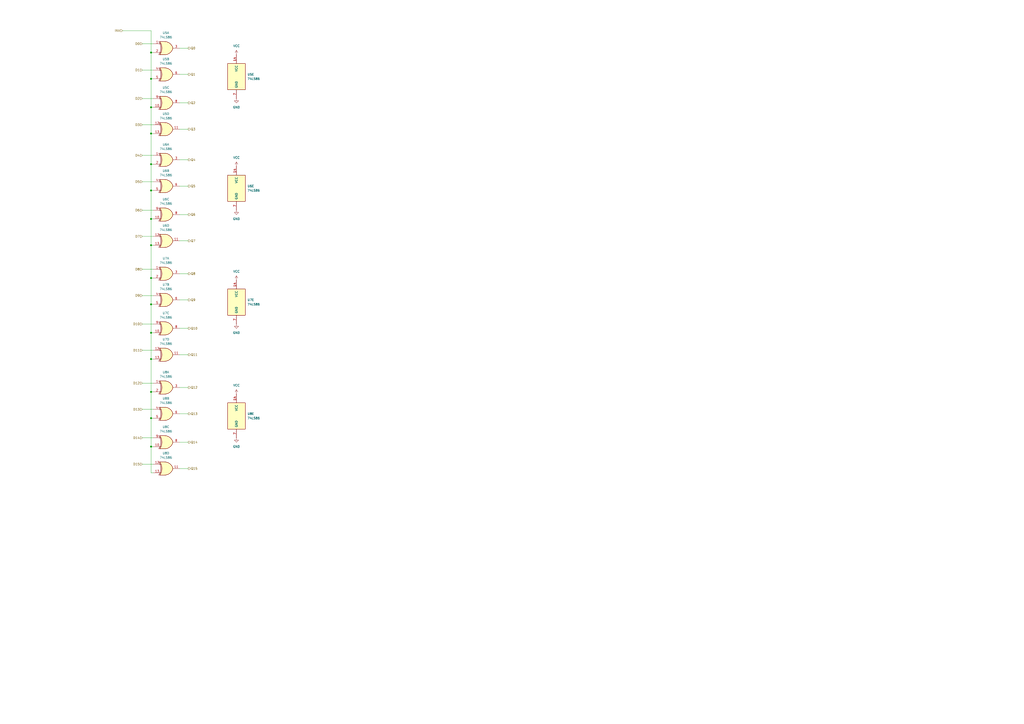
<source format=kicad_sch>
(kicad_sch (version 20231120) (generator "eeschema") (generator_version "8.0")
  (paper "A2")
  (lib_symbols
    (symbol "74xx:74LS86" (pin_names (offset 1.016))
      (property "Reference" "U" (at 0 1.27 0))
      (property "Value" "74LS86" (at 0 -1.27 0))
      (symbol "74LS86_1_0"
        (arc (start -4.4196 -3.81) (mid -3.2033 0) (end -4.4196 3.81) (stroke (width 0.254)))
        (arc (start -3.81 -3.81) (mid -2.589 0) (end -3.81 3.81) (stroke (width 0.254)))
        (arc (start -0.6096 -3.81) (mid 2.1842 -2.5851) (end 3.81 0) (stroke (width 0.254)) (fill (type background)))
        (polyline (pts (xy -3.81 -3.81) (xy -0.635 -3.81)) (stroke (width 0.254)) (fill (type background)))
        (polyline (pts (xy -3.81 3.81) (xy -0.635 3.81)) (stroke (width 0.254)) (fill (type background)))
        (polyline (pts (xy -0.635 3.81) (xy -3.81 3.81) (xy -3.81 3.81) (xy -3.556 3.4036) (xy -3.0226 2.2606) (xy -2.6924 1.0414) (xy -2.6162 -0.254) (xy -2.7686 -1.4986) (xy -3.175 -2.7178) (xy -3.81 -3.81) (xy -3.81 -3.81) (xy -0.635 -3.81)) (stroke (width -25.4)) (fill (type background)))
        (arc (start 3.81 0) (mid 2.1915 2.5936) (end -0.6096 3.81) (stroke (width 0.254)) (fill (type background)))
        (pin input line (at -7.62 2.54 0) (length 4.445) (name "~") (number "1"))
        (pin input line (at -7.62 -2.54 0) (length 4.445) (name "~") (number "2"))
        (pin output line (at 7.62 0 180) (length 3.81) (name "~") (number "3"))
      )
      (symbol "74LS86_1_1"
        (polyline (pts (xy -3.81 -2.54) (xy -3.175 -2.54)) (stroke (width 0.1524)))
        (polyline (pts (xy -3.81 2.54) (xy -3.175 2.54)) (stroke (width 0.1524)))
      )
      (symbol "74LS86_2_0"
        (arc (start -4.4196 -3.81) (mid -3.2033 0) (end -4.4196 3.81) (stroke (width 0.254)))
        (arc (start -3.81 -3.81) (mid -2.589 0) (end -3.81 3.81) (stroke (width 0.254)))
        (arc (start -0.6096 -3.81) (mid 2.1842 -2.5851) (end 3.81 0) (stroke (width 0.254)) (fill (type background)))
        (polyline (pts (xy -3.81 -3.81) (xy -0.635 -3.81)) (stroke (width 0.254)) (fill (type background)))
        (polyline (pts (xy -3.81 3.81) (xy -0.635 3.81)) (stroke (width 0.254)) (fill (type background)))
        (polyline (pts (xy -0.635 3.81) (xy -3.81 3.81) (xy -3.81 3.81) (xy -3.556 3.4036) (xy -3.0226 2.2606) (xy -2.6924 1.0414) (xy -2.6162 -0.254) (xy -2.7686 -1.4986) (xy -3.175 -2.7178) (xy -3.81 -3.81) (xy -3.81 -3.81) (xy -0.635 -3.81)) (stroke (width -25.4)) (fill (type background)))
        (arc (start 3.81 0) (mid 2.1915 2.5936) (end -0.6096 3.81) (stroke (width 0.254)) (fill (type background)))
        (pin input line (at -7.62 2.54 0) (length 4.445) (name "~") (number "4"))
        (pin input line (at -7.62 -2.54 0) (length 4.445) (name "~") (number "5"))
        (pin output line (at 7.62 0 180) (length 3.81) (name "~") (number "6"))
      )
      (symbol "74LS86_2_1"
        (polyline (pts (xy -3.81 -2.54) (xy -3.175 -2.54)) (stroke (width 0.1524)))
        (polyline (pts (xy -3.81 2.54) (xy -3.175 2.54)) (stroke (width 0.1524)))
      )
      (symbol "74LS86_3_0"
        (arc (start -4.4196 -3.81) (mid -3.2033 0) (end -4.4196 3.81) (stroke (width 0.254)))
        (arc (start -3.81 -3.81) (mid -2.589 0) (end -3.81 3.81) (stroke (width 0.254)))
        (arc (start -0.6096 -3.81) (mid 2.1842 -2.5851) (end 3.81 0) (stroke (width 0.254)) (fill (type background)))
        (polyline (pts (xy -3.81 -3.81) (xy -0.635 -3.81)) (stroke (width 0.254)) (fill (type background)))
        (polyline (pts (xy -3.81 3.81) (xy -0.635 3.81)) (stroke (width 0.254)) (fill (type background)))
        (polyline (pts (xy -0.635 3.81) (xy -3.81 3.81) (xy -3.81 3.81) (xy -3.556 3.4036) (xy -3.0226 2.2606) (xy -2.6924 1.0414) (xy -2.6162 -0.254) (xy -2.7686 -1.4986) (xy -3.175 -2.7178) (xy -3.81 -3.81) (xy -3.81 -3.81) (xy -0.635 -3.81)) (stroke (width -25.4)) (fill (type background)))
        (arc (start 3.81 0) (mid 2.1915 2.5936) (end -0.6096 3.81) (stroke (width 0.254)) (fill (type background)))
        (pin input line (at -7.62 -2.54 0) (length 4.445) (name "~") (number "10"))
        (pin output line (at 7.62 0 180) (length 3.81) (name "~") (number "8"))
        (pin input line (at -7.62 2.54 0) (length 4.445) (name "~") (number "9"))
      )
      (symbol "74LS86_3_1"
        (polyline (pts (xy -3.81 -2.54) (xy -3.175 -2.54)) (stroke (width 0.1524)))
        (polyline (pts (xy -3.81 2.54) (xy -3.175 2.54)) (stroke (width 0.1524)))
      )
      (symbol "74LS86_4_0"
        (arc (start -4.4196 -3.81) (mid -3.2033 0) (end -4.4196 3.81) (stroke (width 0.254)))
        (arc (start -3.81 -3.81) (mid -2.589 0) (end -3.81 3.81) (stroke (width 0.254)))
        (arc (start -0.6096 -3.81) (mid 2.1842 -2.5851) (end 3.81 0) (stroke (width 0.254)) (fill (type background)))
        (polyline (pts (xy -3.81 -3.81) (xy -0.635 -3.81)) (stroke (width 0.254)) (fill (type background)))
        (polyline (pts (xy -3.81 3.81) (xy -0.635 3.81)) (stroke (width 0.254)) (fill (type background)))
        (polyline (pts (xy -0.635 3.81) (xy -3.81 3.81) (xy -3.81 3.81) (xy -3.556 3.4036) (xy -3.0226 2.2606) (xy -2.6924 1.0414) (xy -2.6162 -0.254) (xy -2.7686 -1.4986) (xy -3.175 -2.7178) (xy -3.81 -3.81) (xy -3.81 -3.81) (xy -0.635 -3.81)) (stroke (width -25.4)) (fill (type background)))
        (arc (start 3.81 0) (mid 2.1915 2.5936) (end -0.6096 3.81) (stroke (width 0.254)) (fill (type background)))
        (pin output line (at 7.62 0 180) (length 3.81) (name "~") (number "11"))
        (pin input line (at -7.62 2.54 0) (length 4.445) (name "~") (number "12"))
        (pin input line (at -7.62 -2.54 0) (length 4.445) (name "~") (number "13"))
      )
      (symbol "74LS86_4_1"
        (polyline (pts (xy -3.81 -2.54) (xy -3.175 -2.54)) (stroke (width 0.1524)))
        (polyline (pts (xy -3.81 2.54) (xy -3.175 2.54)) (stroke (width 0.1524)))
      )
      (symbol "74LS86_5_0"
        (pin power_in line (at 0 12.7 270) (length 5.08) (name "VCC") (number "14"))
        (pin power_in line (at 0 -12.7 90) (length 5.08) (name "GND") (number "7"))
      )
      (symbol "74LS86_5_1"
        (rectangle (start -5.08 7.62) (end 5.08 -7.62) (stroke (width 0.254)) (fill (type background)))
      )
    )
    (symbol "power:GND" (power) (pin_numbers hide) (pin_names (offset 0) hide)
      (property "Value" "GND" (at 0 -3.81 0))
      (symbol "GND_0_1"
        (polyline (pts (xy 0 0) (xy 0 -1.27) (xy 1.27 -1.27) (xy 0 -2.54) (xy -1.27 -1.27) (xy 0 -1.27)))
      )
      (symbol "GND_1_1"
        (pin power_in line (at 0 0 270) (length 0) (name "~") (number "1"))
      )
    )
    (symbol "power:VCC" (power) (pin_numbers hide) (pin_names (offset 0) hide)
      (property "Value" "VCC" (at 0 3.556 0))
      (symbol "VCC_0_1"
        (polyline (pts (xy -0.762 1.27) (xy 0 2.54)))
        (polyline (pts (xy 0 0) (xy 0 2.54)))
        (polyline (pts (xy 0 2.54) (xy 0.762 1.27)))
      )
      (symbol "VCC_1_1"
        (pin power_in line (at 0 0 90) (length 0) (name "~") (number "1"))
      )
    )
  )
  (junction (at 87.63 176.53))
  (junction (at 87.63 227.33))
  (junction (at 87.63 30.48))
  (junction (at 87.63 161.29))
  (junction (at 87.63 45.72))
  (junction (at 87.63 110.49))
  (junction (at 87.63 62.23))
  (junction (at 87.63 77.47))
  (junction (at 87.63 193.04))
  (junction (at 87.63 259.08))
  (junction (at 87.63 242.57))
  (junction (at 87.63 127))
  (junction (at 87.63 95.25))
  (junction (at 87.63 142.24))
  (junction (at 87.63 208.28))
  (wire (pts (xy 82.55 72.39) (xy 88.9 72.39)))
  (wire (pts (xy 88.9 274.32) (xy 87.63 274.32)))
  (wire (pts (xy 88.9 30.48) (xy 87.63 30.48)))
  (wire (pts (xy 82.55 269.24) (xy 88.9 269.24)))
  (wire (pts (xy 87.63 30.48) (xy 87.63 45.72)))
  (wire (pts (xy 88.9 193.04) (xy 87.63 193.04)))
  (wire (pts (xy 87.63 45.72) (xy 88.9 45.72)))
  (wire (pts (xy 88.9 227.33) (xy 87.63 227.33)))
  (wire (pts (xy 104.14 240.03) (xy 109.22 240.03)))
  (wire (pts (xy 104.14 190.5) (xy 109.22 190.5)))
  (wire (pts (xy 82.55 237.49) (xy 88.9 237.49)))
  (wire (pts (xy 87.63 193.04) (xy 87.63 208.28)))
  (wire (pts (xy 104.14 124.46) (xy 109.22 124.46)))
  (wire (pts (xy 104.14 27.94) (xy 109.22 27.94)))
  (wire (pts (xy 88.9 259.08) (xy 87.63 259.08)))
  (wire (pts (xy 87.63 110.49) (xy 88.9 110.49)))
  (wire (pts (xy 104.14 158.75) (xy 109.22 158.75)))
  (wire (pts (xy 88.9 62.23) (xy 87.63 62.23)))
  (wire (pts (xy 104.14 43.18) (xy 109.22 43.18)))
  (wire (pts (xy 88.9 95.25) (xy 87.63 95.25)))
  (wire (pts (xy 104.14 74.93) (xy 109.22 74.93)))
  (wire (pts (xy 87.63 17.78) (xy 87.63 30.48)))
  (wire (pts (xy 104.14 107.95) (xy 109.22 107.95)))
  (wire (pts (xy 82.55 25.4) (xy 88.9 25.4)))
  (wire (pts (xy 104.14 224.79) (xy 109.22 224.79)))
  (wire (pts (xy 87.63 127) (xy 87.63 110.49)))
  (wire (pts (xy 87.63 62.23) (xy 87.63 77.47)))
  (wire (pts (xy 82.55 121.92) (xy 88.9 121.92)))
  (wire (pts (xy 87.63 176.53) (xy 88.9 176.53)))
  (wire (pts (xy 82.55 187.96) (xy 88.9 187.96)))
  (wire (pts (xy 87.63 161.29) (xy 87.63 176.53)))
  (wire (pts (xy 82.55 57.15) (xy 88.9 57.15)))
  (wire (pts (xy 104.14 205.74) (xy 109.22 205.74)))
  (wire (pts (xy 82.55 254) (xy 88.9 254)))
  (wire (pts (xy 87.63 242.57) (xy 88.9 242.57)))
  (wire (pts (xy 104.14 92.71) (xy 109.22 92.71)))
  (wire (pts (xy 88.9 127) (xy 87.63 127)))
  (wire (pts (xy 104.14 173.99) (xy 109.22 173.99)))
  (wire (pts (xy 104.14 59.69) (xy 109.22 59.69)))
  (wire (pts (xy 87.63 208.28) (xy 87.63 227.33)))
  (wire (pts (xy 104.14 256.54) (xy 109.22 256.54)))
  (wire (pts (xy 82.55 90.17) (xy 88.9 90.17)))
  (wire (pts (xy 87.63 95.25) (xy 87.63 110.49)))
  (wire (pts (xy 82.55 171.45) (xy 88.9 171.45)))
  (wire (pts (xy 87.63 259.08) (xy 87.63 274.32)))
  (wire (pts (xy 88.9 161.29) (xy 87.63 161.29)))
  (wire (pts (xy 87.63 62.23) (xy 87.63 45.72)))
  (wire (pts (xy 88.9 77.47) (xy 87.63 77.47)))
  (wire (pts (xy 87.63 127) (xy 87.63 142.24)))
  (wire (pts (xy 82.55 203.2) (xy 88.9 203.2)))
  (wire (pts (xy 87.63 193.04) (xy 87.63 176.53)))
  (wire (pts (xy 104.14 139.7) (xy 109.22 139.7)))
  (wire (pts (xy 82.55 105.41) (xy 88.9 105.41)))
  (wire (pts (xy 87.63 259.08) (xy 87.63 242.57)))
  (wire (pts (xy 82.55 156.21) (xy 88.9 156.21)))
  (wire (pts (xy 104.14 271.78) (xy 109.22 271.78)))
  (wire (pts (xy 88.9 208.28) (xy 87.63 208.28)))
  (wire (pts (xy 82.55 40.64) (xy 88.9 40.64)))
  (wire (pts (xy 87.63 142.24) (xy 87.63 161.29)))
  (wire (pts (xy 87.63 227.33) (xy 87.63 242.57)))
  (wire (pts (xy 87.63 77.47) (xy 87.63 95.25)))
  (wire (pts (xy 82.55 137.16) (xy 88.9 137.16)))
  (wire (pts (xy 71.12 17.78) (xy 87.63 17.78)))
  (wire (pts (xy 88.9 142.24) (xy 87.63 142.24)))
  (wire (pts (xy 82.55 222.25) (xy 88.9 222.25)))
  (hierarchical_label "Q14" (shape output) (at 109.22 256.54 0))
  (hierarchical_label "D8" (shape input) (at 82.55 156.21 180))
  (hierarchical_label "D13" (shape input) (at 82.55 237.49 180))
  (hierarchical_label "Q12" (shape output) (at 109.22 224.79 0))
  (hierarchical_label "Q11" (shape output) (at 109.22 205.74 0))
  (hierarchical_label "D3" (shape input) (at 82.55 72.39 180))
  (hierarchical_label "Q6" (shape output) (at 109.22 124.46 0))
  (hierarchical_label "D2" (shape input) (at 82.55 57.15 180))
  (hierarchical_label "D5" (shape input) (at 82.55 105.41 180))
  (hierarchical_label "D12" (shape input) (at 82.55 222.25 180))
  (hierarchical_label "Q2" (shape output) (at 109.22 59.69 0))
  (hierarchical_label "D0" (shape input) (at 82.55 25.4 180))
  (hierarchical_label "Q7" (shape output) (at 109.22 139.7 0))
  (hierarchical_label "Q3" (shape output) (at 109.22 74.93 0))
  (hierarchical_label "Q4" (shape output) (at 109.22 92.71 0))
  (hierarchical_label "D9" (shape input) (at 82.55 171.45 180))
  (hierarchical_label "D4" (shape input) (at 82.55 90.17 180))
  (hierarchical_label "D6" (shape input) (at 82.55 121.92 180))
  (hierarchical_label "Q8" (shape output) (at 109.22 158.75 0))
  (hierarchical_label "Q5" (shape output) (at 109.22 107.95 0))
  (hierarchical_label "INV" (shape input) (at 71.12 17.78 180))
  (hierarchical_label "D14" (shape input) (at 82.55 254 180))
  (hierarchical_label "D1" (shape input) (at 82.55 40.64 180))
  (hierarchical_label "D10" (shape input) (at 82.55 187.96 180))
  (hierarchical_label "D7" (shape input) (at 82.55 137.16 180))
  (hierarchical_label "Q0" (shape output) (at 109.22 27.94 0))
  (hierarchical_label "Q10" (shape output) (at 109.22 190.5 0))
  (hierarchical_label "Q15" (shape output) (at 109.22 271.78 0))
  (hierarchical_label "Q9" (shape output) (at 109.22 173.99 0))
  (hierarchical_label "D15" (shape input) (at 82.55 269.24 180))
  (hierarchical_label "Q13" (shape output) (at 109.22 240.03 0))
  (hierarchical_label "D11" (shape input) (at 82.55 203.2 180))
  (hierarchical_label "Q1" (shape output) (at 109.22 43.18 0))
  (symbol (lib_id "74xx:74LS86") (at 96.52 59.69 0) (unit 3)
    (property "Reference" "U5" (at 96.2152 50.8 0))
    (property "Value" "74LS86" (at 96.2152 53.34 0))
    (property "Footprint" "Package_DIP:DIP-14_W7.62mm_LongPads" (effects (hide yes)))
    (property "Datasheet" "74xx/74ls86.pdf" (effects (hide yes)))
    (property "Description" "Quad 2-input XOR" (effects (hide yes)))
  )
  (symbol (lib_id "power:VCC") (at 137.16 31.75 0) (unit 1)
    (property "Reference" "#PWR011" (effects (hide yes)))
    (property "Value" "VCC" (at 137.16 26.67 0))
    (property "Description" "Power symbol creates a global label with name \"VCC\"" (effects (hide yes)))
  )
  (symbol (lib_id "74xx:74LS86") (at 96.52 43.18 0) (unit 2)
    (property "Reference" "U5" (at 96.2152 34.29 0))
    (property "Value" "74LS86" (at 96.2152 36.83 0))
    (property "Footprint" "Package_DIP:DIP-14_W7.62mm_LongPads" (effects (hide yes)))
    (property "Datasheet" "74xx/74ls86.pdf" (effects (hide yes)))
    (property "Description" "Quad 2-input XOR" (effects (hide yes)))
  )
  (symbol (lib_id "74xx:74LS86") (at 96.52 205.74 0) (unit 4)
    (property "Reference" "U7" (at 96.2152 196.85 0))
    (property "Value" "74LS86" (at 96.2152 199.39 0))
    (property "Footprint" "Package_DIP:DIP-14_W7.62mm_LongPads" (effects (hide yes)))
    (property "Datasheet" "74xx/74ls86.pdf" (effects (hide yes)))
    (property "Description" "Quad 2-input XOR" (effects (hide yes)))
  )
  (symbol (lib_id "74xx:74LS86") (at 137.16 175.26 0) (unit 5)
    (property "Reference" "U7" (at 143.51 173.9899 0) (effects (justify left)))
    (property "Value" "74LS86" (at 143.51 176.5299 0) (effects (justify left)))
    (property "Footprint" "Package_DIP:DIP-14_W7.62mm_LongPads" (effects (hide yes)))
    (property "Datasheet" "74xx/74ls86.pdf" (effects (hide yes)))
    (property "Description" "Quad 2-input XOR" (effects (hide yes)))
  )
  (symbol (lib_id "74xx:74LS86") (at 96.52 256.54 0) (unit 3)
    (property "Reference" "U8" (at 96.2152 247.65 0))
    (property "Value" "74LS86" (at 96.2152 250.19 0))
    (property "Footprint" "Package_DIP:DIP-14_W7.62mm_LongPads" (effects (hide yes)))
    (property "Datasheet" "74xx/74ls86.pdf" (effects (hide yes)))
    (property "Description" "Quad 2-input XOR" (effects (hide yes)))
  )
  (symbol (lib_id "74xx:74LS86") (at 96.52 190.5 0) (unit 3)
    (property "Reference" "U7" (at 96.2152 181.61 0))
    (property "Value" "74LS86" (at 96.2152 184.15 0))
    (property "Footprint" "Package_DIP:DIP-14_W7.62mm_LongPads" (effects (hide yes)))
    (property "Datasheet" "74xx/74ls86.pdf" (effects (hide yes)))
    (property "Description" "Quad 2-input XOR" (effects (hide yes)))
  )
  (symbol (lib_id "power:GND") (at 137.16 254 0) (unit 1)
    (property "Reference" "#PWR018" (effects (hide yes)))
    (property "Value" "GND" (at 137.16 259.08 0))
    (property "Description" "Power symbol creates a global label with name \"GND\" , ground" (effects (hide yes)))
  )
  (symbol (lib_id "power:VCC") (at 137.16 96.52 0) (unit 1)
    (property "Reference" "#PWR013" (effects (hide yes)))
    (property "Value" "VCC" (at 137.16 91.44 0))
    (property "Description" "Power symbol creates a global label with name \"VCC\"" (effects (hide yes)))
  )
  (symbol (lib_id "power:GND") (at 137.16 121.92 0) (unit 1)
    (property "Reference" "#PWR014" (effects (hide yes)))
    (property "Value" "GND" (at 137.16 127 0))
    (property "Description" "Power symbol creates a global label with name \"GND\" , ground" (effects (hide yes)))
  )
  (symbol (lib_id "74xx:74LS86") (at 137.16 44.45 0) (unit 5)
    (property "Reference" "U5" (at 143.51 43.1799 0) (effects (justify left)))
    (property "Value" "74LS86" (at 143.51 45.7199 0) (effects (justify left)))
    (property "Footprint" "Package_DIP:DIP-14_W7.62mm_LongPads" (effects (hide yes)))
    (property "Datasheet" "74xx/74ls86.pdf" (effects (hide yes)))
    (property "Description" "Quad 2-input XOR" (effects (hide yes)))
  )
  (symbol (lib_id "power:VCC") (at 137.16 228.6 0) (unit 1)
    (property "Reference" "#PWR017" (effects (hide yes)))
    (property "Value" "VCC" (at 137.16 223.52 0))
    (property "Description" "Power symbol creates a global label with name \"VCC\"" (effects (hide yes)))
  )
  (symbol (lib_id "74xx:74LS86") (at 96.52 240.03 0) (unit 2)
    (property "Reference" "U8" (at 96.2152 231.14 0))
    (property "Value" "74LS86" (at 96.2152 233.68 0))
    (property "Footprint" "Package_DIP:DIP-14_W7.62mm_LongPads" (effects (hide yes)))
    (property "Datasheet" "74xx/74ls86.pdf" (effects (hide yes)))
    (property "Description" "Quad 2-input XOR" (effects (hide yes)))
  )
  (symbol (lib_id "power:GND") (at 137.16 57.15 0) (unit 1)
    (property "Reference" "#PWR012" (effects (hide yes)))
    (property "Value" "GND" (at 137.16 62.23 0))
    (property "Description" "Power symbol creates a global label with name \"GND\" , ground" (effects (hide yes)))
  )
  (symbol (lib_id "74xx:74LS86") (at 96.52 224.79 0) (unit 1)
    (property "Reference" "U8" (at 96.2152 215.9 0))
    (property "Value" "74LS86" (at 96.2152 218.44 0))
    (property "Footprint" "Package_DIP:DIP-14_W7.62mm_LongPads" (effects (hide yes)))
    (property "Datasheet" "74xx/74ls86.pdf" (effects (hide yes)))
    (property "Description" "Quad 2-input XOR" (effects (hide yes)))
  )
  (symbol (lib_id "power:GND") (at 137.16 187.96 0) (unit 1)
    (property "Reference" "#PWR016" (effects (hide yes)))
    (property "Value" "GND" (at 137.16 193.04 0))
    (property "Description" "Power symbol creates a global label with name \"GND\" , ground" (effects (hide yes)))
  )
  (symbol (lib_id "74xx:74LS86") (at 137.16 109.22 0) (unit 5)
    (property "Reference" "U6" (at 143.51 107.9499 0) (effects (justify left)))
    (property "Value" "74LS86" (at 143.51 110.4899 0) (effects (justify left)))
    (property "Footprint" "Package_DIP:DIP-14_W7.62mm_LongPads" (effects (hide yes)))
    (property "Datasheet" "74xx/74ls86.pdf" (effects (hide yes)))
    (property "Description" "Quad 2-input XOR" (effects (hide yes)))
  )
  (symbol (lib_id "74xx:74LS86") (at 96.52 271.78 0) (unit 4)
    (property "Reference" "U8" (at 96.2152 262.89 0))
    (property "Value" "74LS86" (at 96.2152 265.43 0))
    (property "Footprint" "Package_DIP:DIP-14_W7.62mm_LongPads" (effects (hide yes)))
    (property "Datasheet" "74xx/74ls86.pdf" (effects (hide yes)))
    (property "Description" "Quad 2-input XOR" (effects (hide yes)))
  )
  (symbol (lib_id "74xx:74LS86") (at 96.52 107.95 0) (unit 2)
    (property "Reference" "U6" (at 96.2152 99.06 0))
    (property "Value" "74LS86" (at 96.2152 101.6 0))
    (property "Footprint" "Package_DIP:DIP-14_W7.62mm_LongPads" (effects (hide yes)))
    (property "Datasheet" "74xx/74ls86.pdf" (effects (hide yes)))
    (property "Description" "Quad 2-input XOR" (effects (hide yes)))
  )
  (symbol (lib_id "74xx:74LS86") (at 96.52 92.71 0) (unit 1)
    (property "Reference" "U6" (at 96.2152 83.82 0))
    (property "Value" "74LS86" (at 96.2152 86.36 0))
    (property "Footprint" "Package_DIP:DIP-14_W7.62mm_LongPads" (effects (hide yes)))
    (property "Datasheet" "74xx/74ls86.pdf" (effects (hide yes)))
    (property "Description" "Quad 2-input XOR" (effects (hide yes)))
  )
  (symbol (lib_id "74xx:74LS86") (at 96.52 124.46 0) (unit 3)
    (property "Reference" "U6" (at 96.2152 115.57 0))
    (property "Value" "74LS86" (at 96.2152 118.11 0))
    (property "Footprint" "Package_DIP:DIP-14_W7.62mm_LongPads" (effects (hide yes)))
    (property "Datasheet" "74xx/74ls86.pdf" (effects (hide yes)))
    (property "Description" "Quad 2-input XOR" (effects (hide yes)))
  )
  (symbol (lib_id "74xx:74LS86") (at 96.52 74.93 0) (unit 4)
    (property "Reference" "U5" (at 96.2152 66.04 0))
    (property "Value" "74LS86" (at 96.2152 68.58 0))
    (property "Footprint" "Package_DIP:DIP-14_W7.62mm_LongPads" (effects (hide yes)))
    (property "Datasheet" "74xx/74ls86.pdf" (effects (hide yes)))
    (property "Description" "Quad 2-input XOR" (effects (hide yes)))
  )
  (symbol (lib_id "74xx:74LS86") (at 137.16 241.3 0) (unit 5)
    (property "Reference" "U8" (at 143.51 240.0299 0) (effects (justify left)))
    (property "Value" "74LS86" (at 143.51 242.5699 0) (effects (justify left)))
    (property "Footprint" "Package_DIP:DIP-14_W7.62mm_LongPads" (effects (hide yes)))
    (property "Datasheet" "74xx/74ls86.pdf" (effects (hide yes)))
    (property "Description" "Quad 2-input XOR" (effects (hide yes)))
  )
  (symbol (lib_id "74xx:74LS86") (at 96.52 173.99 0) (unit 2)
    (property "Reference" "U7" (at 96.2152 165.1 0))
    (property "Value" "74LS86" (at 96.2152 167.64 0))
    (property "Footprint" "Package_DIP:DIP-14_W7.62mm_LongPads" (effects (hide yes)))
    (property "Datasheet" "74xx/74ls86.pdf" (effects (hide yes)))
    (property "Description" "Quad 2-input XOR" (effects (hide yes)))
  )
  (symbol (lib_id "74xx:74LS86") (at 96.52 139.7 0) (unit 4)
    (property "Reference" "U6" (at 96.2152 130.81 0))
    (property "Value" "74LS86" (at 96.2152 133.35 0))
    (property "Footprint" "Package_DIP:DIP-14_W7.62mm_LongPads" (effects (hide yes)))
    (property "Datasheet" "74xx/74ls86.pdf" (effects (hide yes)))
    (property "Description" "Quad 2-input XOR" (effects (hide yes)))
  )
  (symbol (lib_id "74xx:74LS86") (at 96.52 27.94 0) (unit 1)
    (property "Reference" "U5" (at 96.2152 19.05 0))
    (property "Value" "74LS86" (at 96.2152 21.59 0))
    (property "Footprint" "Package_DIP:DIP-14_W7.62mm_LongPads" (effects (hide yes)))
    (property "Datasheet" "74xx/74ls86.pdf" (effects (hide yes)))
    (property "Description" "Quad 2-input XOR" (effects (hide yes)))
  )
  (symbol (lib_id "74xx:74LS86") (at 96.52 158.75 0) (unit 1)
    (property "Reference" "U7" (at 96.2152 149.86 0))
    (property "Value" "74LS86" (at 96.2152 152.4 0))
    (property "Footprint" "Package_DIP:DIP-14_W7.62mm_LongPads" (effects (hide yes)))
    (property "Datasheet" "74xx/74ls86.pdf" (effects (hide yes)))
    (property "Description" "Quad 2-input XOR" (effects (hide yes)))
  )
  (symbol (lib_id "power:VCC") (at 137.16 162.56 0) (unit 1)
    (property "Reference" "#PWR015" (effects (hide yes)))
    (property "Value" "VCC" (at 137.16 157.48 0))
    (property "Description" "Power symbol creates a global label with name \"VCC\"" (effects (hide yes)))
  )
)
</source>
